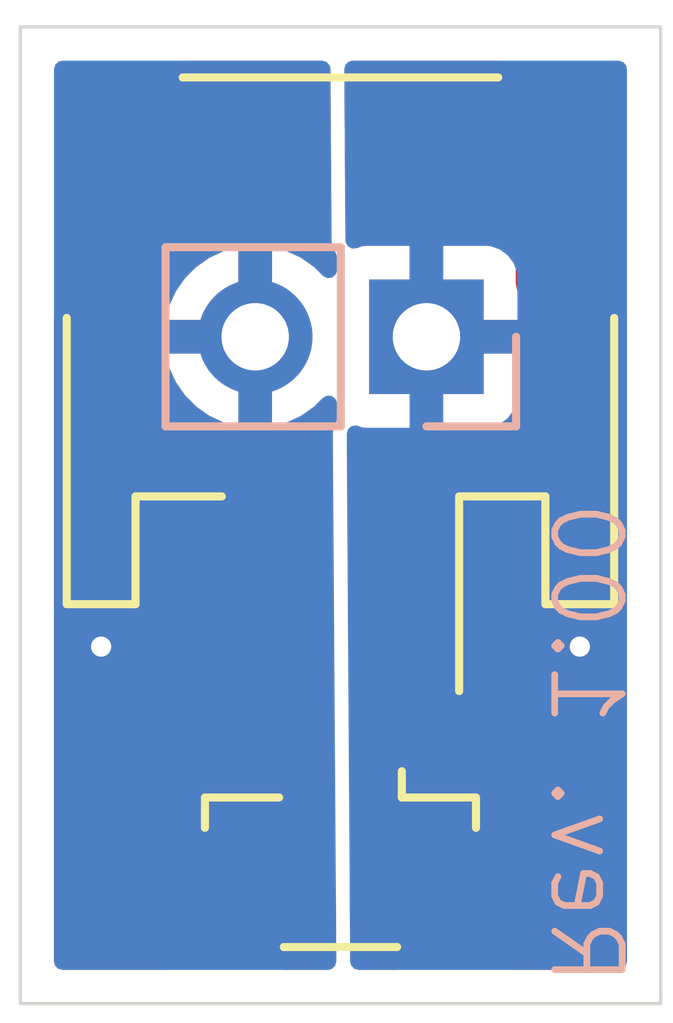
<source format=kicad_pcb>
(kicad_pcb (version 20221018) (generator pcbnew)
  (layers (0 "F.Cu" signal) (31 "B.Cu" signal) (34 "B.Paste" user) (35 "F.Paste" user) (36 "B.SilkS" user "B.Silkscreen") (37 "F.SilkS" user "F.Silkscreen") (38 "B.Mask" user) (39 "F.Mask" user) (44 "Edge.Cuts" user))
  (net 0 "")
  (net 1 "VCC")
  (net 2 "GND")
  (footprint "user:JST_PH_S2B-PH-SM4-TB_1x02-1MP_P2.00mm_Horizontal" (layer "F.Cu") (at 104.75 105.26 180)
    (fp_text reference "J3" hide)
    (fp_text value "Conn_PH" hide)
    (fp_line (start -4.06 -3.31) (end -3.04 -3.31) (stroke (width 0.12)) (layer "F.SilkS"))
    (fp_line (start -4.06 0.94) (end -4.06 -3.31) (stroke (width 0.12)) (layer "F.SilkS"))
    (fp_line (start -3.04 -3.31) (end -3.04 -1.71) (stroke (width 0.12)) (layer "F.SilkS"))
    (fp_line (start -3.04 -1.71) (end -1.76 -1.71) (stroke (width 0.12)) (layer "F.SilkS"))
    (fp_line (start -2.34 4.51) (end 2.34 4.51) (stroke (width 0.12)) (layer "F.SilkS"))
    (fp_line (start -1.76 -1.71) (end -1.76 -4.6) (stroke (width 0.12)) (layer "F.SilkS"))
    (fp_line (start 3.04 -3.31) (end 3.04 -1.71) (stroke (width 0.12)) (layer "F.SilkS"))
    (fp_line (start 3.04 -1.71) (end 1.76 -1.71) (stroke (width 0.12)) (layer "F.SilkS"))
    (fp_line (start 4.06 -3.31) (end 3.04 -3.31) (stroke (width 0.12)) (layer "F.SilkS"))
    (fp_line (start 4.06 0.94) (end 4.06 -3.31) (stroke (width 0.12)) (layer "F.SilkS"))
    (pad "1" smd roundrect (at -1 -2.85 180) (size 1 3.5) (layers "F.Cu" "F.Paste" "F.Mask") (net 1 "VCC"))
    (pad "2" smd roundrect (at 1 -2.85 180) (size 1 3.5) (layers "F.Cu" "F.Paste" "F.Mask") (net 2 "GND"))
    (pad "MP" smd roundrect (at -3.35 2.9 180) (size 1.5 3.4) (layers "F.Cu" "F.Paste" "F.Mask") (roundrect_rratio 0.166667))
    (pad "MP" smd roundrect (at 3.35 2.9 180) (size 1.5 3.4) (layers "F.Cu" "F.Paste" "F.Mask") (roundrect_rratio 0.166667))
  )
  (footprint "Connector_JST:JST_SUR_BM02B-SURS-TF_1x02-1MP_P0.80mm_Vertical" (layer "F.Cu") (at 104.75 112.45 180)
    (fp_text reference "J1" hide)
    (fp_text value "Conn_SUR" hide)
    (fp_line (start -2.01 0.56) (end -2.01 1.01) (stroke (width 0.12)) (layer "F.SilkS"))
    (fp_line (start -2.01 1.01) (end -0.91 1.01) (stroke (width 0.12)) (layer "F.SilkS"))
    (fp_line (start -0.91 1.01) (end -0.91 1.4) (stroke (width 0.12)) (layer "F.SilkS"))
    (fp_line (start -0.84 -1.21) (end 0.84 -1.21) (stroke (width 0.12)) (layer "F.SilkS"))
    (fp_line (start 2.01 0.56) (end 2.01 1.01) (stroke (width 0.12)) (layer "F.SilkS"))
    (fp_line (start 2.01 1.01) (end 0.91 1.01) (stroke (width 0.12)) (layer "F.SilkS"))
    (pad "1" smd roundrect (at -0.4 0.85 180) (size 0.5 1.1) (layers "F.Cu" "F.Paste" "F.Mask") (net 1 "VCC"))
    (pad "2" smd roundrect (at 0.4 0.85 180) (size 0.5 1.1) (layers "F.Cu" "F.Paste" "F.Mask") (net 2 "GND"))
    (pad "MP" smd roundrect (at -1.7 -0.55 180) (size 1.2 1.7) (layers "F.Cu" "F.Paste" "F.Mask") (roundrect_rratio 0.208333))
    (pad "MP" smd roundrect (at 1.7 -0.55 180) (size 1.2 1.7) (layers "F.Cu" "F.Paste" "F.Mask") (roundrect_rratio 0.208333))
  )
  (footprint "Connector_PinHeader_2.54mm:PinHeader_1x02_P2.54mm_Vertical" (layer "B.Cu") (at 106.025 104.6 90)
    (fp_text reference "J2" hide)
    (fp_text value "Conn_Pin" hide)
    (fp_line (start -1.33 -3.87) (end 1.33 -3.87) (stroke (width 0.12)) (layer "B.SilkS"))
    (fp_line (start -1.33 -1.27) (end -1.33 -3.87) (stroke (width 0.12)) (layer "B.SilkS"))
    (fp_line (start -1.33 -1.27) (end 1.33 -1.27) (stroke (width 0.12)) (layer "B.SilkS"))
    (fp_line (start -1.33 0) (end -1.33 1.33) (stroke (width 0.12)) (layer "B.SilkS"))
    (fp_line (start -1.33 1.33) (end 0 1.33) (stroke (width 0.12)) (layer "B.SilkS"))
    (fp_line (start 1.33 -1.27) (end 1.33 -3.87) (stroke (width 0.12)) (layer "B.SilkS"))
    (pad "1" thru_hole rect (at 0 0 90) (size 1.7 1.7) (drill 1) (layers "*.Cu" "*.Mask") (net 1 "VCC"))
    (pad "2" thru_hole oval (at 0 -2.54 90) (size 1.7 1.7) (drill 1) (layers "*.Cu" "*.Mask") (net 2 "GND"))
  )
  (gr_rect (start 100 100) (end 109.5 114.5) (stroke (width 0.05)) (fill none) (layer "Edge.Cuts"))
  (gr_text "Rev. 1.00" (at 107.8 114.3 -90) (layer "B.SilkS") (effects (font (size 1 1) (thickness 0.1)) (justify left bottom mirror)))
  (via (at 108.3 109.2) (size 0.6) (drill 0.3) (layers "F.Cu" "B.Cu") (net 1))
  (via (at 101.2 109.2) (size 0.6) (drill 0.3) (layers "F.Cu" "B.Cu") (net 2))
  (zone (net 2) (net_name "GND") (layers "F&B.Cu") (name "GND") (connect_pads (clearance 0)) (min_thickness 0.25) (fill yes (thermal_gap 0.5) (thermal_bridge_width 0.5))
    (polygon (pts (xy 99.7 99.6) (xy 104.7 99.6) (xy 104.7 114.8) (xy 99.8 114.8)))
  )
  (zone (net 1) (net_name "VCC") (layers "F&B.Cu") (name "GND") (priority 1) (connect_pads (clearance 0)) (min_thickness 0.25) (fill yes (thermal_gap 0.5) (thermal_bridge_width 0.5))
    (polygon (pts (xy 104.8 99.6) (xy 109.7 99.6) (xy 109.7 114.8) (xy 104.9 114.8)))
  )
)
</source>
